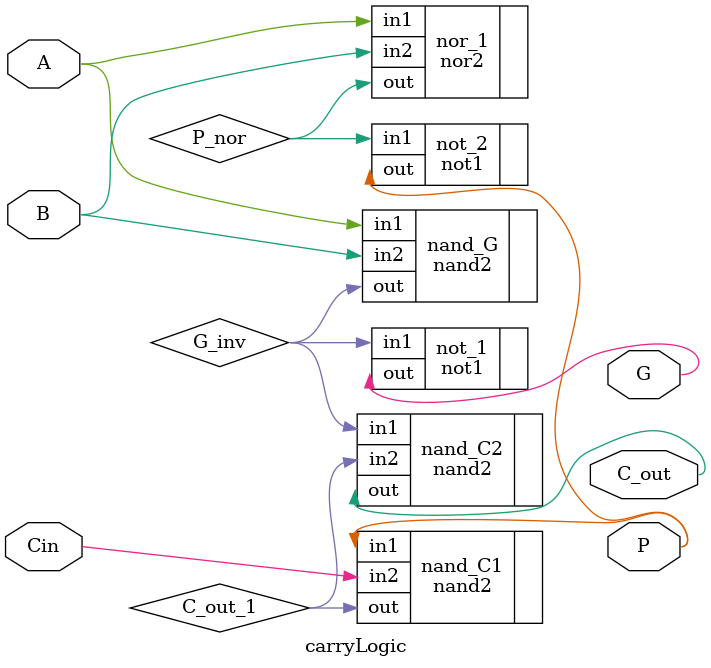
<source format=v>
module carryLogic(A, B, Cin, C_out, P, G);

	input A, B, Cin;
	output C_out, P, G;
	wire G_inv, P_nor, C_out_1;

	//Logic to get G
	//G = A * B
	nand2 nand_G(.in1(A),.in2(B),.out(G_inv));
	not1 not_1(.in1(G_inv), .out(G)); 

	//Logic to get P
	//P = A + B
	nor2 nor_1(.in1(A),.in2(B),.out(P_nor));
	not1 not_2(.in1(P_nor), .out(P));

	//Logic to get Carry out
	//Ci = Gi + Pi * Ci-1
	//Ci = NAND(Ginv , NAND(P, C_in_P))
	nand2 nand_C1(.in1(P),.in2(Cin),.out(C_out_1));
	nand2 nand_C2(.in1(G_inv),.in2(C_out_1),.out(C_out));

endmodule
	
	

</source>
